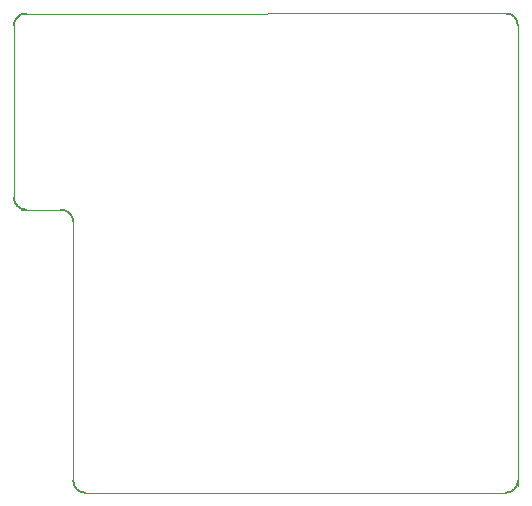
<source format=gbr>
%TF.GenerationSoftware,KiCad,Pcbnew,9.0.0*%
%TF.CreationDate,2025-11-02T14:13:05+01:00*%
%TF.ProjectId,QL_Minerva_MK2_SMD,514c5f4d-696e-4657-9276-615f4d4b325f,0.0*%
%TF.SameCoordinates,Original*%
%TF.FileFunction,Profile,NP*%
%FSLAX46Y46*%
G04 Gerber Fmt 4.6, Leading zero omitted, Abs format (unit mm)*
G04 Created by KiCad (PCBNEW 9.0.0) date 2025-11-02 14:13:05*
%MOMM*%
%LPD*%
G01*
G04 APERTURE LIST*
%TA.AperFunction,Profile*%
%ADD10C,0.100000*%
%TD*%
%TA.AperFunction,Profile*%
%ADD11C,0.200000*%
%TD*%
G04 APERTURE END LIST*
D10*
X57666000Y-62827420D02*
X98309000Y-62809000D01*
D11*
X62693420Y-103397580D02*
G75*
G02*
X61677420Y-102381580I-20J1015980D01*
G01*
X60656580Y-79427420D02*
G75*
G02*
X61672580Y-80443420I20J-1015980D01*
G01*
X56650000Y-63843420D02*
G75*
G02*
X57666000Y-62827400I1016000J20D01*
G01*
X98309000Y-62809000D02*
G75*
G02*
X99325000Y-63825000I0J-1016000D01*
G01*
D10*
X57286820Y-79422580D02*
X60650000Y-79427420D01*
D11*
X99322580Y-102381580D02*
G75*
G02*
X98306580Y-103397580I-1015980J-20D01*
G01*
D10*
X56650000Y-78406580D02*
X56650000Y-63875000D01*
X61675000Y-80450000D02*
X61677367Y-102388160D01*
X99325000Y-63825000D02*
X99340000Y-102856580D01*
D11*
X57668420Y-79422580D02*
G75*
G02*
X56652420Y-78406580I-20J1015980D01*
G01*
D10*
X98306580Y-103403290D02*
X62691000Y-103396710D01*
M02*

</source>
